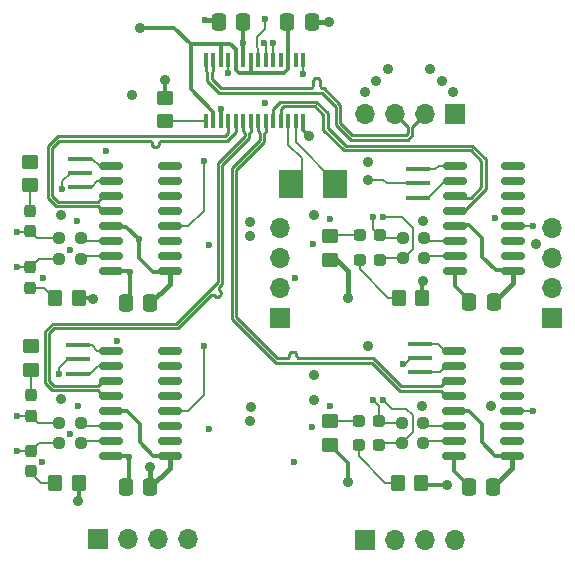
<source format=gbr>
%TF.GenerationSoftware,KiCad,Pcbnew,(6.0.4)*%
%TF.CreationDate,2022-03-26T16:13:01+01:00*%
%TF.ProjectId,Duino Coin,4475696e-6f20-4436-9f69-6e2e6b696361,rev?*%
%TF.SameCoordinates,Original*%
%TF.FileFunction,Copper,L4,Bot*%
%TF.FilePolarity,Positive*%
%FSLAX46Y46*%
G04 Gerber Fmt 4.6, Leading zero omitted, Abs format (unit mm)*
G04 Created by KiCad (PCBNEW (6.0.4)) date 2022-03-26 16:13:01*
%MOMM*%
%LPD*%
G01*
G04 APERTURE LIST*
G04 Aperture macros list*
%AMRoundRect*
0 Rectangle with rounded corners*
0 $1 Rounding radius*
0 $2 $3 $4 $5 $6 $7 $8 $9 X,Y pos of 4 corners*
0 Add a 4 corners polygon primitive as box body*
4,1,4,$2,$3,$4,$5,$6,$7,$8,$9,$2,$3,0*
0 Add four circle primitives for the rounded corners*
1,1,$1+$1,$2,$3*
1,1,$1+$1,$4,$5*
1,1,$1+$1,$6,$7*
1,1,$1+$1,$8,$9*
0 Add four rect primitives between the rounded corners*
20,1,$1+$1,$2,$3,$4,$5,0*
20,1,$1+$1,$4,$5,$6,$7,0*
20,1,$1+$1,$6,$7,$8,$9,0*
20,1,$1+$1,$8,$9,$2,$3,0*%
G04 Aperture macros list end*
%TA.AperFunction,ComponentPad*%
%ADD10R,1.700000X1.700000*%
%TD*%
%TA.AperFunction,ComponentPad*%
%ADD11O,1.700000X1.700000*%
%TD*%
%TA.AperFunction,SMDPad,CuDef*%
%ADD12RoundRect,0.250000X0.337500X0.475000X-0.337500X0.475000X-0.337500X-0.475000X0.337500X-0.475000X0*%
%TD*%
%TA.AperFunction,SMDPad,CuDef*%
%ADD13RoundRect,0.250000X-0.337500X-0.475000X0.337500X-0.475000X0.337500X0.475000X-0.337500X0.475000X0*%
%TD*%
%TA.AperFunction,SMDPad,CuDef*%
%ADD14RoundRect,0.237500X0.287500X0.237500X-0.287500X0.237500X-0.287500X-0.237500X0.287500X-0.237500X0*%
%TD*%
%TA.AperFunction,SMDPad,CuDef*%
%ADD15RoundRect,0.237500X-0.237500X0.287500X-0.237500X-0.287500X0.237500X-0.287500X0.237500X0.287500X0*%
%TD*%
%TA.AperFunction,SMDPad,CuDef*%
%ADD16RoundRect,0.237500X0.237500X-0.287500X0.237500X0.287500X-0.237500X0.287500X-0.237500X-0.287500X0*%
%TD*%
%TA.AperFunction,SMDPad,CuDef*%
%ADD17RoundRect,0.237500X-0.250000X-0.237500X0.250000X-0.237500X0.250000X0.237500X-0.250000X0.237500X0*%
%TD*%
%TA.AperFunction,SMDPad,CuDef*%
%ADD18RoundRect,0.237500X0.250000X0.237500X-0.250000X0.237500X-0.250000X-0.237500X0.250000X-0.237500X0*%
%TD*%
%TA.AperFunction,SMDPad,CuDef*%
%ADD19RoundRect,0.250000X0.350000X0.450000X-0.350000X0.450000X-0.350000X-0.450000X0.350000X-0.450000X0*%
%TD*%
%TA.AperFunction,SMDPad,CuDef*%
%ADD20RoundRect,0.250000X0.450000X-0.350000X0.450000X0.350000X-0.450000X0.350000X-0.450000X-0.350000X0*%
%TD*%
%TA.AperFunction,SMDPad,CuDef*%
%ADD21RoundRect,0.250000X-0.450000X0.350000X-0.450000X-0.350000X0.450000X-0.350000X0.450000X0.350000X0*%
%TD*%
%TA.AperFunction,SMDPad,CuDef*%
%ADD22R,0.400000X1.200000*%
%TD*%
%TA.AperFunction,SMDPad,CuDef*%
%ADD23R,2.000000X2.400000*%
%TD*%
%TA.AperFunction,SMDPad,CuDef*%
%ADD24RoundRect,0.150000X-0.825000X-0.150000X0.825000X-0.150000X0.825000X0.150000X-0.825000X0.150000X0*%
%TD*%
%TA.AperFunction,SMDPad,CuDef*%
%ADD25R,2.000000X0.400000*%
%TD*%
%TA.AperFunction,ViaPad*%
%ADD26C,0.900000*%
%TD*%
%TA.AperFunction,ViaPad*%
%ADD27C,0.600000*%
%TD*%
%TA.AperFunction,Conductor*%
%ADD28C,0.300000*%
%TD*%
%TA.AperFunction,Conductor*%
%ADD29C,0.200000*%
%TD*%
%TA.AperFunction,Conductor*%
%ADD30C,0.400000*%
%TD*%
%TA.AperFunction,Conductor*%
%ADD31C,0.228600*%
%TD*%
G04 APERTURE END LIST*
D10*
%TO.P,J2,1*%
%TO.N,/MOSI4*%
X198450200Y-117043200D03*
D11*
%TO.P,J2,2*%
%TO.N,/MISO4*%
X198450200Y-114503200D03*
%TO.P,J2,3*%
%TO.N,/SCK4*%
X198450200Y-111963200D03*
%TO.P,J2,4*%
%TO.N,/SS4*%
X198450200Y-109423200D03*
%TD*%
D10*
%TO.P,J3,1*%
%TO.N,/MOSI3*%
X182664100Y-135801100D03*
D11*
%TO.P,J3,2*%
%TO.N,/MISO3*%
X185204100Y-135801100D03*
%TO.P,J3,3*%
%TO.N,/SCK3*%
X187744100Y-135801100D03*
%TO.P,J3,4*%
%TO.N,/SS3*%
X190284100Y-135801100D03*
%TD*%
D10*
%TO.P,J5,1*%
%TO.N,/MOSI2*%
X160020000Y-135775700D03*
D11*
%TO.P,J5,2*%
%TO.N,/MISO2*%
X162560000Y-135775700D03*
%TO.P,J5,3*%
%TO.N,/SCK2*%
X165100000Y-135775700D03*
%TO.P,J5,4*%
%TO.N,/SS2*%
X167640000Y-135775700D03*
%TD*%
D10*
%TO.P,J6,1*%
%TO.N,/MOSI1*%
X175417480Y-117012720D03*
D11*
%TO.P,J6,2*%
%TO.N,/MISO1*%
X175417480Y-114472720D03*
%TO.P,J6,3*%
%TO.N,/SCK1*%
X175417480Y-111932720D03*
%TO.P,J6,4*%
%TO.N,/SS1*%
X175417480Y-109392720D03*
%TD*%
D12*
%TO.P,C2,1*%
%TO.N,+5V*%
X193569500Y-115697000D03*
%TO.P,C2,2*%
%TO.N,GND*%
X191494500Y-115697000D03*
%TD*%
%TO.P,C3,1*%
%TO.N,+5V*%
X164486500Y-131381500D03*
%TO.P,C3,2*%
%TO.N,GND*%
X162411500Y-131381500D03*
%TD*%
%TO.P,C4,1*%
%TO.N,+5V*%
X193506000Y-131381500D03*
%TO.P,C4,2*%
%TO.N,GND*%
X191431000Y-131381500D03*
%TD*%
%TO.P,C5,1*%
%TO.N,+5V*%
X164486500Y-115760500D03*
%TO.P,C5,2*%
%TO.N,GND*%
X162411500Y-115760500D03*
%TD*%
D13*
%TO.P,C21,1*%
%TO.N,+3V3*%
X176064000Y-91948000D03*
%TO.P,C21,2*%
%TO.N,GND*%
X178139000Y-91948000D03*
%TD*%
D12*
%TO.P,C23,1*%
%TO.N,+5V*%
X172360500Y-91948000D03*
%TO.P,C23,2*%
%TO.N,GND*%
X170285500Y-91948000D03*
%TD*%
D14*
%TO.P,D1,1*%
%TO.N,/RXD_4*%
X183945500Y-112141000D03*
%TO.P,D1,2*%
%TO.N,Net-(D1-Pad2)*%
X182195500Y-112141000D03*
%TD*%
%TO.P,D2,1*%
%TO.N,/TXD_4*%
X183945500Y-110045500D03*
%TO.P,D2,2*%
%TO.N,Net-(D2-Pad2)*%
X182195500Y-110045500D03*
%TD*%
D15*
%TO.P,D3,1*%
%TO.N,/RXD_2*%
X154368500Y-128284000D03*
%TO.P,D3,2*%
%TO.N,Net-(D3-Pad2)*%
X154368500Y-130034000D03*
%TD*%
D16*
%TO.P,D4,1*%
%TO.N,/TXD_2*%
X154368500Y-125335000D03*
%TO.P,D4,2*%
%TO.N,Net-(D4-Pad2)*%
X154368500Y-123585000D03*
%TD*%
D14*
%TO.P,D5,1*%
%TO.N,/RXD_3*%
X183882000Y-127825500D03*
%TO.P,D5,2*%
%TO.N,Net-(D5-Pad2)*%
X182132000Y-127825500D03*
%TD*%
%TO.P,D6,1*%
%TO.N,/TXD_3*%
X183882000Y-125730000D03*
%TO.P,D6,2*%
%TO.N,Net-(D6-Pad2)*%
X182132000Y-125730000D03*
%TD*%
D15*
%TO.P,D7,1*%
%TO.N,/RXD_1*%
X154305000Y-112726500D03*
%TO.P,D7,2*%
%TO.N,Net-(D7-Pad2)*%
X154305000Y-114476500D03*
%TD*%
D16*
%TO.P,D8,1*%
%TO.N,/TXD_1*%
X154305000Y-109714000D03*
%TO.P,D8,2*%
%TO.N,Net-(D8-Pad2)*%
X154305000Y-107964000D03*
%TD*%
D17*
%TO.P,R1,1*%
%TO.N,/RXD_4*%
X185841000Y-111950500D03*
%TO.P,R1,2*%
%TO.N,Net-(R1-Pad2)*%
X187666000Y-111950500D03*
%TD*%
%TO.P,R2,1*%
%TO.N,/RXD_2*%
X156758000Y-127635000D03*
%TO.P,R2,2*%
%TO.N,Net-(R2-Pad2)*%
X158583000Y-127635000D03*
%TD*%
%TO.P,R3,1*%
%TO.N,/RXD_3*%
X185777500Y-127635000D03*
%TO.P,R3,2*%
%TO.N,Net-(R3-Pad2)*%
X187602500Y-127635000D03*
%TD*%
%TO.P,R4,1*%
%TO.N,/RXD_1*%
X156758000Y-112014000D03*
%TO.P,R4,2*%
%TO.N,Net-(R4-Pad2)*%
X158583000Y-112014000D03*
%TD*%
D18*
%TO.P,R5,1*%
%TO.N,Net-(R5-Pad1)*%
X187666000Y-110236000D03*
%TO.P,R5,2*%
%TO.N,/TXD_4*%
X185841000Y-110236000D03*
%TD*%
%TO.P,R6,1*%
%TO.N,Net-(R6-Pad1)*%
X158583000Y-125920500D03*
%TO.P,R6,2*%
%TO.N,/TXD_2*%
X156758000Y-125920500D03*
%TD*%
%TO.P,R7,1*%
%TO.N,Net-(R7-Pad1)*%
X187602500Y-125920500D03*
%TO.P,R7,2*%
%TO.N,/TXD_3*%
X185777500Y-125920500D03*
%TD*%
%TO.P,R8,1*%
%TO.N,Net-(R8-Pad1)*%
X158583000Y-110299500D03*
%TO.P,R8,2*%
%TO.N,/TXD_1*%
X156758000Y-110299500D03*
%TD*%
D19*
%TO.P,R9,1*%
%TO.N,+5V*%
X187499500Y-115316000D03*
%TO.P,R9,2*%
%TO.N,Net-(D1-Pad2)*%
X185499500Y-115316000D03*
%TD*%
D20*
%TO.P,R10,1*%
%TO.N,+5V*%
X179679600Y-112099600D03*
%TO.P,R10,2*%
%TO.N,Net-(D2-Pad2)*%
X179679600Y-110099600D03*
%TD*%
D19*
%TO.P,R11,1*%
%TO.N,+5V*%
X158416500Y-131000500D03*
%TO.P,R11,2*%
%TO.N,Net-(D3-Pad2)*%
X156416500Y-131000500D03*
%TD*%
D21*
%TO.P,R12,1*%
%TO.N,+5V*%
X154381200Y-119446800D03*
%TO.P,R12,2*%
%TO.N,Net-(D4-Pad2)*%
X154381200Y-121446800D03*
%TD*%
D19*
%TO.P,R13,1*%
%TO.N,+5V*%
X187436000Y-131000500D03*
%TO.P,R13,2*%
%TO.N,Net-(D5-Pad2)*%
X185436000Y-131000500D03*
%TD*%
D20*
%TO.P,R14,1*%
%TO.N,+5V*%
X179679600Y-127796800D03*
%TO.P,R14,2*%
%TO.N,Net-(D6-Pad2)*%
X179679600Y-125796800D03*
%TD*%
D19*
%TO.P,R15,1*%
%TO.N,+5V*%
X158416500Y-115379500D03*
%TO.P,R15,2*%
%TO.N,Net-(D7-Pad2)*%
X156416500Y-115379500D03*
%TD*%
D21*
%TO.P,R16,1*%
%TO.N,+5V*%
X154330400Y-103800400D03*
%TO.P,R16,2*%
%TO.N,Net-(D8-Pad2)*%
X154330400Y-105800400D03*
%TD*%
D20*
%TO.P,R29,1*%
%TO.N,Net-(R29-Pad1)*%
X165735000Y-100377500D03*
%TO.P,R29,2*%
%TO.N,GND*%
X165735000Y-98377500D03*
%TD*%
D10*
%TO.P,J4,1*%
%TO.N,+5V*%
X190296800Y-99771200D03*
D11*
%TO.P,J4,2*%
%TO.N,/D-*%
X187756800Y-99771200D03*
%TO.P,J4,3*%
%TO.N,/D+*%
X185216800Y-99771200D03*
%TO.P,J4,4*%
%TO.N,GND*%
X182676800Y-99771200D03*
%TD*%
D22*
%TO.P,U5,1*%
%TO.N,GND*%
X177419000Y-100390000D03*
%TO.P,U5,2*%
%TO.N,Net-(U5-Pad2)*%
X176784000Y-100390000D03*
%TO.P,U5,3*%
%TO.N,Net-(U5-Pad3)*%
X176149000Y-100390000D03*
%TO.P,U5,4*%
%TO.N,/D4_N*%
X175514000Y-100390000D03*
%TO.P,U5,5*%
%TO.N,/D4_P*%
X174879000Y-100390000D03*
%TO.P,U5,6*%
%TO.N,/D3_N*%
X174244000Y-100390000D03*
%TO.P,U5,7*%
%TO.N,/D3_P*%
X173609000Y-100390000D03*
%TO.P,U5,8*%
%TO.N,/D2_N*%
X172974000Y-100390000D03*
%TO.P,U5,9*%
%TO.N,/D2_P*%
X172339000Y-100390000D03*
%TO.P,U5,10*%
%TO.N,/D1_N*%
X171704000Y-100390000D03*
%TO.P,U5,11*%
%TO.N,/D1_P*%
X171069000Y-100390000D03*
%TO.P,U5,12*%
%TO.N,Net-(C19-Pad1)*%
X170434000Y-100390000D03*
%TO.P,U5,13*%
%TO.N,+3V3*%
X169799000Y-100390000D03*
%TO.P,U5,14*%
%TO.N,Net-(R29-Pad1)*%
X169164000Y-100390000D03*
%TO.P,U5,15*%
%TO.N,/D-*%
X169164000Y-95190000D03*
%TO.P,U5,16*%
%TO.N,/D+*%
X169799000Y-95190000D03*
%TO.P,U5,17*%
%TO.N,+3V3*%
X170434000Y-95190000D03*
%TO.P,U5,18*%
%TO.N,Net-(R25-Pad2)*%
X171069000Y-95190000D03*
%TO.P,U5,19*%
%TO.N,+3V3*%
X171704000Y-95190000D03*
%TO.P,U5,20*%
%TO.N,+5V*%
X172339000Y-95190000D03*
%TO.P,U5,21*%
%TO.N,+3V3*%
X172974000Y-95190000D03*
%TO.P,U5,22*%
%TO.N,Net-(D17-Pad2)*%
X173609000Y-95190000D03*
%TO.P,U5,23*%
%TO.N,Net-(R27-Pad2)*%
X174244000Y-95190000D03*
%TO.P,U5,24*%
%TO.N,Net-(R28-Pad2)*%
X174879000Y-95190000D03*
%TO.P,U5,25*%
%TO.N,Net-(U5-Pad25)*%
X175514000Y-95190000D03*
%TO.P,U5,26*%
%TO.N,+3V3*%
X176149000Y-95190000D03*
%TO.P,U5,27*%
%TO.N,Net-(U5-Pad27)*%
X176784000Y-95190000D03*
%TO.P,U5,28*%
%TO.N,Net-(C19-Pad1)*%
X177419000Y-95190000D03*
%TD*%
D23*
%TO.P,Y5,1*%
%TO.N,Net-(U5-Pad2)*%
X180107200Y-105664000D03*
%TO.P,Y5,2*%
%TO.N,Net-(U5-Pad3)*%
X176407200Y-105664000D03*
%TD*%
D24*
%TO.P,U1,1*%
%TO.N,GND*%
X190250040Y-113024920D03*
%TO.P,U1,2*%
%TO.N,Net-(R1-Pad2)*%
X190250040Y-111754920D03*
%TO.P,U1,3*%
%TO.N,Net-(R5-Pad1)*%
X190250040Y-110484920D03*
%TO.P,U1,4*%
%TO.N,+5V*%
X190250040Y-109214920D03*
%TO.P,U1,5*%
%TO.N,/D4_P*%
X190250040Y-107944920D03*
%TO.P,U1,6*%
%TO.N,/D4_N*%
X190250040Y-106674920D03*
%TO.P,U1,7*%
%TO.N,Net-(U1-Pad7)*%
X190250040Y-105404920D03*
%TO.P,U1,8*%
%TO.N,Net-(U1-Pad8)*%
X190250040Y-104134920D03*
%TO.P,U1,9*%
%TO.N,Net-(U1-Pad9)*%
X195200040Y-104134920D03*
%TO.P,U1,10*%
%TO.N,Net-(U1-Pad10)*%
X195200040Y-105404920D03*
%TO.P,U1,11*%
%TO.N,Net-(U1-Pad11)*%
X195200040Y-106674920D03*
%TO.P,U1,12*%
%TO.N,Net-(U1-Pad12)*%
X195200040Y-107944920D03*
%TO.P,U1,13*%
%TO.N,/DTR_4*%
X195200040Y-109214920D03*
%TO.P,U1,14*%
%TO.N,Net-(U1-Pad14)*%
X195200040Y-110484920D03*
%TO.P,U1,15*%
%TO.N,Net-(U1-Pad15)*%
X195200040Y-111754920D03*
%TO.P,U1,16*%
%TO.N,+5V*%
X195200040Y-113024920D03*
%TD*%
%TO.P,U2,1*%
%TO.N,GND*%
X161161960Y-128717040D03*
%TO.P,U2,2*%
%TO.N,Net-(R2-Pad2)*%
X161161960Y-127447040D03*
%TO.P,U2,3*%
%TO.N,Net-(R6-Pad1)*%
X161161960Y-126177040D03*
%TO.P,U2,4*%
%TO.N,+5V*%
X161161960Y-124907040D03*
%TO.P,U2,5*%
%TO.N,/D2_P*%
X161161960Y-123637040D03*
%TO.P,U2,6*%
%TO.N,/D2_N*%
X161161960Y-122367040D03*
%TO.P,U2,7*%
%TO.N,Net-(U2-Pad7)*%
X161161960Y-121097040D03*
%TO.P,U2,8*%
%TO.N,Net-(U2-Pad8)*%
X161161960Y-119827040D03*
%TO.P,U2,9*%
%TO.N,Net-(U2-Pad9)*%
X166111960Y-119827040D03*
%TO.P,U2,10*%
%TO.N,Net-(U2-Pad10)*%
X166111960Y-121097040D03*
%TO.P,U2,11*%
%TO.N,Net-(U2-Pad11)*%
X166111960Y-122367040D03*
%TO.P,U2,12*%
%TO.N,Net-(U2-Pad12)*%
X166111960Y-123637040D03*
%TO.P,U2,13*%
%TO.N,/DTR_2*%
X166111960Y-124907040D03*
%TO.P,U2,14*%
%TO.N,Net-(U2-Pad14)*%
X166111960Y-126177040D03*
%TO.P,U2,15*%
%TO.N,Net-(U2-Pad15)*%
X166111960Y-127447040D03*
%TO.P,U2,16*%
%TO.N,+5V*%
X166111960Y-128717040D03*
%TD*%
%TO.P,U3,1*%
%TO.N,GND*%
X190184000Y-128717040D03*
%TO.P,U3,2*%
%TO.N,Net-(R3-Pad2)*%
X190184000Y-127447040D03*
%TO.P,U3,3*%
%TO.N,Net-(R7-Pad1)*%
X190184000Y-126177040D03*
%TO.P,U3,4*%
%TO.N,+5V*%
X190184000Y-124907040D03*
%TO.P,U3,5*%
%TO.N,/D3_P*%
X190184000Y-123637040D03*
%TO.P,U3,6*%
%TO.N,/D3_N*%
X190184000Y-122367040D03*
%TO.P,U3,7*%
%TO.N,Net-(U3-Pad7)*%
X190184000Y-121097040D03*
%TO.P,U3,8*%
%TO.N,Net-(U3-Pad8)*%
X190184000Y-119827040D03*
%TO.P,U3,9*%
%TO.N,Net-(U3-Pad9)*%
X195134000Y-119827040D03*
%TO.P,U3,10*%
%TO.N,Net-(U3-Pad10)*%
X195134000Y-121097040D03*
%TO.P,U3,11*%
%TO.N,Net-(U3-Pad11)*%
X195134000Y-122367040D03*
%TO.P,U3,12*%
%TO.N,Net-(U3-Pad12)*%
X195134000Y-123637040D03*
%TO.P,U3,13*%
%TO.N,/DTR_3*%
X195134000Y-124907040D03*
%TO.P,U3,14*%
%TO.N,Net-(U3-Pad14)*%
X195134000Y-126177040D03*
%TO.P,U3,15*%
%TO.N,Net-(U3-Pad15)*%
X195134000Y-127447040D03*
%TO.P,U3,16*%
%TO.N,+5V*%
X195134000Y-128717040D03*
%TD*%
%TO.P,U4,1*%
%TO.N,GND*%
X161161960Y-113096040D03*
%TO.P,U4,2*%
%TO.N,Net-(R4-Pad2)*%
X161161960Y-111826040D03*
%TO.P,U4,3*%
%TO.N,Net-(R8-Pad1)*%
X161161960Y-110556040D03*
%TO.P,U4,4*%
%TO.N,+5V*%
X161161960Y-109286040D03*
%TO.P,U4,5*%
%TO.N,/D1_P*%
X161161960Y-108016040D03*
%TO.P,U4,6*%
%TO.N,/D1_N*%
X161161960Y-106746040D03*
%TO.P,U4,7*%
%TO.N,Net-(U4-Pad7)*%
X161161960Y-105476040D03*
%TO.P,U4,8*%
%TO.N,Net-(U4-Pad8)*%
X161161960Y-104206040D03*
%TO.P,U4,9*%
%TO.N,Net-(U4-Pad9)*%
X166111960Y-104206040D03*
%TO.P,U4,10*%
%TO.N,Net-(U4-Pad10)*%
X166111960Y-105476040D03*
%TO.P,U4,11*%
%TO.N,Net-(U4-Pad11)*%
X166111960Y-106746040D03*
%TO.P,U4,12*%
%TO.N,Net-(U4-Pad12)*%
X166111960Y-108016040D03*
%TO.P,U4,13*%
%TO.N,/DTR_1*%
X166111960Y-109286040D03*
%TO.P,U4,14*%
%TO.N,Net-(U4-Pad14)*%
X166111960Y-110556040D03*
%TO.P,U4,15*%
%TO.N,Net-(U4-Pad15)*%
X166111960Y-111826040D03*
%TO.P,U4,16*%
%TO.N,+5V*%
X166111960Y-113096040D03*
%TD*%
D25*
%TO.P,Y6,1*%
%TO.N,Net-(U4-Pad7)*%
X158536640Y-105959760D03*
%TO.P,Y6,2*%
%TO.N,GND*%
X158536640Y-104759760D03*
%TO.P,Y6,3*%
%TO.N,Net-(U4-Pad8)*%
X158536640Y-103559760D03*
%TD*%
%TO.P,Y7,1*%
%TO.N,Net-(U2-Pad7)*%
X158328360Y-121748400D03*
%TO.P,Y7,2*%
%TO.N,GND*%
X158328360Y-120548400D03*
%TO.P,Y7,3*%
%TO.N,Net-(U2-Pad8)*%
X158328360Y-119348400D03*
%TD*%
%TO.P,Y9,1*%
%TO.N,Net-(U3-Pad7)*%
X187340240Y-121621400D03*
%TO.P,Y9,2*%
%TO.N,GND*%
X187340240Y-120421400D03*
%TO.P,Y9,3*%
%TO.N,Net-(U3-Pad8)*%
X187340240Y-119221400D03*
%TD*%
%TO.P,Y8,1*%
%TO.N,Net-(U1-Pad7)*%
X187137040Y-106848760D03*
%TO.P,Y8,2*%
%TO.N,GND*%
X187137040Y-105648760D03*
%TO.P,Y8,3*%
%TO.N,Net-(U1-Pad8)*%
X187137040Y-104448760D03*
%TD*%
D26*
%TO.N,GND*%
X165760400Y-96926400D03*
D27*
X156763720Y-121813320D03*
D26*
X193357500Y-124510800D03*
D27*
X176733200Y-113639600D03*
D26*
X172923200Y-125780800D03*
D27*
X174193200Y-98806000D03*
X158292800Y-108813600D03*
D26*
X172923200Y-110134400D03*
X197104000Y-110782100D03*
D27*
X155346400Y-129235200D03*
X157683200Y-111252000D03*
X157012640Y-106126280D03*
X178155600Y-126238000D03*
D26*
X187553600Y-108864400D03*
X183616600Y-96951800D03*
D27*
X179730400Y-108661200D03*
X169113200Y-91846400D03*
X193700400Y-108610400D03*
X179730400Y-124460000D03*
D26*
X187452000Y-124460000D03*
D27*
X176631600Y-129235200D03*
X185851800Y-120929400D03*
D26*
X179578000Y-91948000D03*
X178303000Y-121863028D03*
X172923200Y-108915200D03*
X182900320Y-105333800D03*
D27*
X162661600Y-128778000D03*
X158343600Y-124510800D03*
X157683200Y-126847600D03*
X155397200Y-113639600D03*
D26*
X184607200Y-95961200D03*
X172974000Y-124561600D03*
X191427102Y-131394200D03*
X177952400Y-101650800D03*
X182676800Y-97891600D03*
D27*
X178257200Y-110744000D03*
D26*
X162966400Y-98196400D03*
D27*
X169468800Y-126441200D03*
D26*
X191528700Y-115709700D03*
D27*
X162763200Y-113131600D03*
X169468800Y-110845600D03*
D26*
%TO.N,+5V*%
X178303000Y-123957000D03*
X156903500Y-108317000D03*
X188193680Y-95945960D03*
D27*
X160731200Y-102870000D03*
D26*
X154391360Y-119390160D03*
X189141100Y-96944180D03*
X182930800Y-119430800D03*
D27*
X163499800Y-110363000D03*
D26*
X187528200Y-113880900D03*
X178303000Y-108317000D03*
X156903500Y-123938000D03*
X189585600Y-131216400D03*
X154330400Y-103784400D03*
X159664400Y-115417600D03*
X190136780Y-97881440D03*
D27*
X161645600Y-119024400D03*
D26*
X182930800Y-103835200D03*
X193569500Y-115697000D03*
X181254400Y-130962400D03*
X193533350Y-131354150D03*
X181254400Y-115316000D03*
X164465000Y-129654300D03*
X158394400Y-132537200D03*
D27*
X172339000Y-93802200D03*
%TO.N,Net-(R25-Pad2)*%
X171069000Y-96266000D03*
%TO.N,Net-(R27-Pad2)*%
X174117000Y-93789500D03*
%TO.N,Net-(R28-Pad2)*%
X174879000Y-93789500D03*
D26*
%TO.N,+3V3*%
X163576000Y-92456000D03*
D27*
%TO.N,Net-(D17-Pad2)*%
X174180500Y-91757500D03*
%TO.N,Net-(C19-Pad1)*%
X170484800Y-99314000D03*
X177419000Y-96393000D03*
%TO.N,/DTR_2*%
X169011600Y-119380000D03*
%TO.N,/DTR_3*%
X196850000Y-124917200D03*
%TO.N,/DTR_1*%
X169011600Y-103784400D03*
%TO.N,/DTR_4*%
X196900800Y-109220000D03*
%TO.N,/RXD_4*%
X184150000Y-108458000D03*
%TO.N,/TXD_4*%
X183337200Y-108458000D03*
%TO.N,/RXD_2*%
X153212800Y-128270000D03*
%TO.N,/TXD_2*%
X153212800Y-125323600D03*
%TO.N,/RXD_3*%
X184200800Y-123952000D03*
%TO.N,/TXD_3*%
X183337200Y-123952000D03*
%TO.N,/RXD_1*%
X153212800Y-112725200D03*
%TO.N,/TXD_1*%
X153212800Y-109778800D03*
%TD*%
D28*
%TO.N,GND*%
X190184000Y-130036800D02*
X191431000Y-131283800D01*
D29*
X182905400Y-105328720D02*
X182900320Y-105333800D01*
D28*
X177419000Y-100390000D02*
X177419000Y-101117400D01*
D29*
X186532520Y-120421400D02*
X186024520Y-120929400D01*
X156763720Y-121310400D02*
X157525720Y-120548400D01*
D28*
X191431000Y-131283800D02*
X191431000Y-131381500D01*
D29*
X184505600Y-105648760D02*
X184185560Y-105328720D01*
D28*
X162763200Y-115408800D02*
X162411500Y-115760500D01*
D29*
X184185560Y-105328720D02*
X182905400Y-105328720D01*
D28*
X165735000Y-96951800D02*
X165760400Y-96926400D01*
X177419000Y-101117400D02*
X177952400Y-101650800D01*
X165735000Y-98377500D02*
X165735000Y-96951800D01*
X162411500Y-131381500D02*
X162661600Y-131131400D01*
D29*
X157012640Y-105486200D02*
X157012640Y-106126280D01*
D28*
X161164500Y-113093500D02*
X162725100Y-113093500D01*
X191427102Y-131385398D02*
X191427102Y-131394200D01*
D29*
X157739080Y-104759760D02*
X157012640Y-105486200D01*
D28*
X162725100Y-113093500D02*
X162763200Y-113131600D01*
D29*
X187340240Y-120421400D02*
X186532520Y-120421400D01*
D28*
X191431000Y-131381500D02*
X191427102Y-131385398D01*
D30*
X178139000Y-91948000D02*
X179578000Y-91948000D01*
D28*
X162598100Y-128714500D02*
X162661600Y-128778000D01*
X191494500Y-115548500D02*
X191494500Y-115697000D01*
X190184000Y-128714500D02*
X190184000Y-130036800D01*
D29*
X158536640Y-104759760D02*
X157739080Y-104759760D01*
D30*
X169113200Y-91846400D02*
X170183900Y-91846400D01*
D28*
X191494500Y-115697000D02*
X191507200Y-115709700D01*
D29*
X186024520Y-120929400D02*
X185851800Y-120929400D01*
D28*
X190247500Y-114301500D02*
X191494500Y-115548500D01*
X161164500Y-128714500D02*
X162598100Y-128714500D01*
D29*
X157525720Y-120548400D02*
X158328360Y-120548400D01*
X156763720Y-121813320D02*
X156763720Y-121310400D01*
D28*
X191507200Y-115709700D02*
X191528700Y-115709700D01*
X162661600Y-131131400D02*
X162661600Y-128778000D01*
X162763200Y-113131600D02*
X162763200Y-115408800D01*
X190247500Y-113030000D02*
X190247500Y-114301500D01*
D30*
X170183900Y-91846400D02*
X170285500Y-91948000D01*
D29*
X187137040Y-105648760D02*
X184505600Y-105648760D01*
%TO.N,Net-(D1-Pad2)*%
X182195500Y-112904300D02*
X182195500Y-112141000D01*
X184607200Y-115316000D02*
X182195500Y-112904300D01*
X185499500Y-115316000D02*
X184607200Y-115316000D01*
%TO.N,Net-(D2-Pad2)*%
X182195500Y-110045500D02*
X179733700Y-110045500D01*
X179733700Y-110045500D02*
X179679600Y-110099600D01*
%TO.N,Net-(D3-Pad2)*%
X155232100Y-131000500D02*
X156416500Y-131000500D01*
X154368500Y-130034000D02*
X154368500Y-130136900D01*
X154368500Y-130136900D02*
X155232100Y-131000500D01*
%TO.N,Net-(D4-Pad2)*%
X154368500Y-123585000D02*
X154368500Y-121459500D01*
X154368500Y-121459500D02*
X154381200Y-121446800D01*
%TO.N,Net-(D5-Pad2)*%
X185436000Y-131000500D02*
X184391300Y-131000500D01*
X182132000Y-128741200D02*
X182132000Y-127825500D01*
X184391300Y-131000500D02*
X182132000Y-128741200D01*
%TO.N,Net-(D6-Pad2)*%
X182132000Y-125730000D02*
X179746400Y-125730000D01*
X179746400Y-125730000D02*
X179679600Y-125796800D01*
%TO.N,Net-(D7-Pad2)*%
X154305000Y-114476500D02*
X155513500Y-114476500D01*
X155513500Y-114476500D02*
X156416500Y-115379500D01*
%TO.N,Net-(D8-Pad2)*%
X154305000Y-107964000D02*
X154305000Y-105825800D01*
X154305000Y-105825800D02*
X154330400Y-105800400D01*
D28*
%TO.N,+5V*%
X193687700Y-128714500D02*
X195070500Y-128714500D01*
X191452500Y-124904500D02*
X192532000Y-125984000D01*
X190120500Y-124904500D02*
X191452500Y-124904500D01*
X192532000Y-127558800D02*
X193687700Y-128714500D01*
X192532000Y-125984000D02*
X192532000Y-127558800D01*
D30*
X193506000Y-131381500D02*
X193506000Y-131381500D01*
X193569500Y-115697000D02*
X193569500Y-115697000D01*
X181254400Y-115316000D02*
X181254400Y-115316000D01*
D28*
X172339000Y-93802200D02*
X172339000Y-91969500D01*
D30*
X193533350Y-131354150D02*
X193506000Y-131381500D01*
D28*
X163499800Y-110363000D02*
X163525200Y-110388400D01*
X193738500Y-113017300D02*
X195121300Y-113017300D01*
D30*
X164486500Y-131381500D02*
X164486500Y-129675800D01*
D28*
X158416500Y-115379500D02*
X159626300Y-115379500D01*
X161113700Y-109308900D02*
X162445700Y-109308900D01*
X162445700Y-109308900D02*
X163499800Y-110363000D01*
D30*
X195197500Y-113030000D02*
X195197500Y-114069000D01*
D28*
X191503300Y-109207300D02*
X192582800Y-110286800D01*
D30*
X166114500Y-129753500D02*
X164486500Y-131381500D01*
D28*
X158416500Y-131000500D02*
X158416500Y-132515100D01*
X187499500Y-113909600D02*
X187528200Y-113880900D01*
D30*
X179679600Y-112099600D02*
X180273200Y-112099600D01*
D28*
X164731700Y-128714500D02*
X166114500Y-128714500D01*
D30*
X195134000Y-129753500D02*
X193533350Y-131354150D01*
D28*
X158416500Y-132515100D02*
X158394400Y-132537200D01*
X163576000Y-127558800D02*
X164731700Y-128714500D01*
X179714400Y-127796800D02*
X181254400Y-129336800D01*
D30*
X166114500Y-113093500D02*
X166114500Y-114132500D01*
X180273200Y-112099600D02*
X181254400Y-113080800D01*
D28*
X159626300Y-115379500D02*
X159664400Y-115417600D01*
X163525200Y-111963200D02*
X164680900Y-113118900D01*
X179679600Y-127796800D02*
X179714400Y-127796800D01*
D30*
X195134000Y-128714500D02*
X195134000Y-129753500D01*
D28*
X189585600Y-131216400D02*
X187651900Y-131216400D01*
X190171300Y-109207300D02*
X191503300Y-109207300D01*
X181254400Y-129336800D02*
X181254400Y-130962400D01*
X172339000Y-91969500D02*
X172360500Y-91948000D01*
D30*
X166114500Y-114132500D02*
X164486500Y-115760500D01*
D28*
X163576000Y-125984000D02*
X163576000Y-127558800D01*
X192582800Y-110286800D02*
X192582800Y-111861600D01*
X187499500Y-115316000D02*
X187499500Y-113909600D01*
X163525200Y-110388400D02*
X163525200Y-111963200D01*
D30*
X181254400Y-113080800D02*
X181254400Y-115316000D01*
D28*
X162496500Y-124904500D02*
X163576000Y-125984000D01*
X161164500Y-124904500D02*
X162496500Y-124904500D01*
X164680900Y-113118900D02*
X166063700Y-113118900D01*
X154391360Y-119436640D02*
X154391360Y-119390160D01*
D30*
X164486500Y-129675800D02*
X164465000Y-129654300D01*
D28*
X187651900Y-131216400D02*
X187436000Y-131000500D01*
X172339000Y-95190000D02*
X172339000Y-93802200D01*
X154381200Y-119446800D02*
X154391360Y-119436640D01*
D30*
X166114500Y-128714500D02*
X166114500Y-129753500D01*
D28*
X192582800Y-111861600D02*
X193738500Y-113017300D01*
D30*
X195197500Y-114069000D02*
X193569500Y-115697000D01*
D29*
%TO.N,Net-(U2-Pad7)*%
X159404200Y-121748400D02*
X160055560Y-121097040D01*
X158328360Y-121748400D02*
X159404200Y-121748400D01*
X160055560Y-121097040D02*
X161161960Y-121097040D01*
%TO.N,Net-(U3-Pad8)*%
X187340240Y-119221400D02*
X188863120Y-119221400D01*
X189468760Y-119827040D02*
X190184000Y-119827040D01*
X188863120Y-119221400D02*
X189468760Y-119827040D01*
%TO.N,Net-(U3-Pad7)*%
X187340240Y-121621400D02*
X188985040Y-121621400D01*
X189509400Y-121097040D02*
X190184000Y-121097040D01*
X188985040Y-121621400D02*
X189509400Y-121097040D01*
%TO.N,Net-(R1-Pad2)*%
X190247500Y-111760000D02*
X187856500Y-111760000D01*
X187856500Y-111760000D02*
X187666000Y-111950500D01*
%TO.N,Net-(R2-Pad2)*%
X161164500Y-127444500D02*
X158773500Y-127444500D01*
X158773500Y-127444500D02*
X158583000Y-127635000D01*
%TO.N,Net-(R3-Pad2)*%
X187793000Y-127444500D02*
X187602500Y-127635000D01*
X190184000Y-127444500D02*
X187793000Y-127444500D01*
%TO.N,Net-(R4-Pad2)*%
X158773500Y-111823500D02*
X158583000Y-112014000D01*
X161164500Y-111823500D02*
X158773500Y-111823500D01*
%TO.N,Net-(R5-Pad1)*%
X190247500Y-110490000D02*
X187920000Y-110490000D01*
X187920000Y-110490000D02*
X187666000Y-110236000D01*
%TO.N,Net-(R6-Pad1)*%
X158837000Y-126174500D02*
X158583000Y-125920500D01*
X161164500Y-126174500D02*
X158837000Y-126174500D01*
%TO.N,Net-(R7-Pad1)*%
X187856500Y-126174500D02*
X187602500Y-125920500D01*
X190184000Y-126174500D02*
X187856500Y-126174500D01*
%TO.N,Net-(R8-Pad1)*%
X158837000Y-110553500D02*
X158583000Y-110299500D01*
X161164500Y-110553500D02*
X158837000Y-110553500D01*
%TO.N,Net-(R25-Pad2)*%
X171069000Y-95190000D02*
X171069000Y-96266000D01*
%TO.N,Net-(R27-Pad2)*%
X174244000Y-95190000D02*
X174244000Y-93916500D01*
X174244000Y-93916500D02*
X174117000Y-93789500D01*
%TO.N,Net-(R28-Pad2)*%
X174879000Y-93789500D02*
X174879000Y-95190000D01*
%TO.N,Net-(R29-Pad1)*%
X169164000Y-100390000D02*
X165747500Y-100390000D01*
X165747500Y-100390000D02*
X165735000Y-100377500D01*
%TO.N,Net-(U1-Pad8)*%
X188580880Y-104448760D02*
X188894720Y-104134920D01*
X188894720Y-104134920D02*
X190250040Y-104134920D01*
X187137040Y-104448760D02*
X188580880Y-104448760D01*
%TO.N,Net-(U1-Pad7)*%
X187137040Y-106848760D02*
X187989360Y-106848760D01*
X189433200Y-105404920D02*
X190250040Y-105404920D01*
X187989360Y-106848760D02*
X189433200Y-105404920D01*
%TO.N,Net-(U2-Pad8)*%
X159505800Y-119348400D02*
X159984440Y-119827040D01*
X158328360Y-119348400D02*
X159505800Y-119348400D01*
X159984440Y-119827040D02*
X161161960Y-119827040D01*
%TO.N,Net-(U4-Pad8)*%
X158536640Y-103559760D02*
X159541360Y-103559760D01*
X160187640Y-104206040D02*
X161161960Y-104206040D01*
X159541360Y-103559760D02*
X160187640Y-104206040D01*
%TO.N,Net-(U4-Pad7)*%
X160004760Y-105476040D02*
X161161960Y-105476040D01*
X159521040Y-105959760D02*
X160004760Y-105476040D01*
X158536640Y-105959760D02*
X159521040Y-105959760D01*
%TO.N,Net-(U5-Pad3)*%
X177292000Y-103530400D02*
X177292000Y-104597200D01*
X177292000Y-104597200D02*
X176407200Y-105482000D01*
X176149000Y-100390000D02*
X176149000Y-102387400D01*
X176407200Y-105482000D02*
X176407200Y-105664000D01*
X176149000Y-102387400D02*
X177292000Y-103530400D01*
%TO.N,Net-(U5-Pad2)*%
X176784000Y-100390000D02*
X176784000Y-102173600D01*
X180107200Y-105496800D02*
X180107200Y-105664000D01*
X176784000Y-102173600D02*
X180107200Y-105496800D01*
D28*
%TO.N,+3V3*%
X176149000Y-95190000D02*
X176149000Y-95986600D01*
X176149000Y-92033000D02*
X176064000Y-91948000D01*
X171704000Y-94297500D02*
X171704000Y-95190000D01*
X170370500Y-93853000D02*
X171259500Y-93853000D01*
X170434000Y-95190000D02*
X170434000Y-93916500D01*
X171259500Y-93853000D02*
X171704000Y-94297500D01*
X171704000Y-96012000D02*
X172021500Y-96329500D01*
X175806100Y-96329500D02*
X172720000Y-96329500D01*
X171704000Y-95190000D02*
X171704000Y-96012000D01*
X172720000Y-96329500D02*
X172974000Y-96329500D01*
X167894000Y-97663000D02*
X167894000Y-93853000D01*
X172021500Y-96329500D02*
X172720000Y-96329500D01*
X172974000Y-96329500D02*
X172974000Y-95190000D01*
X169799000Y-99568000D02*
X167894000Y-97663000D01*
X176149000Y-95190000D02*
X176149000Y-92033000D01*
X176149000Y-95986600D02*
X175806100Y-96329500D01*
X169799000Y-100390000D02*
X169799000Y-99568000D01*
X166497000Y-92456000D02*
X163576000Y-92456000D01*
X167894000Y-93853000D02*
X166497000Y-92456000D01*
X170434000Y-93916500D02*
X170370500Y-93853000D01*
X167894000Y-93853000D02*
X170370500Y-93853000D01*
D29*
%TO.N,Net-(D17-Pad2)*%
X174180500Y-91757500D02*
X174180500Y-92583000D01*
X173482000Y-94107000D02*
X173609000Y-94234000D01*
X173609000Y-94234000D02*
X173609000Y-95190000D01*
X173482000Y-93281500D02*
X173482000Y-94107000D01*
X174180500Y-92583000D02*
X173482000Y-93281500D01*
%TO.N,Net-(C19-Pad1)*%
X177419000Y-95190000D02*
X177419000Y-96393000D01*
D28*
X170434000Y-99364800D02*
X170484800Y-99314000D01*
X170434000Y-100390000D02*
X170434000Y-99364800D01*
D31*
%TO.N,/D1_N*%
X165066435Y-102507057D02*
X165112571Y-102478067D01*
X165295802Y-102097586D02*
X165341938Y-102068596D01*
X170949501Y-102044500D02*
X171704000Y-101290001D01*
X164793368Y-102525053D02*
X164847514Y-102531154D01*
X165112571Y-102478067D02*
X165151100Y-102439538D01*
X164512571Y-102097586D02*
X164551100Y-102136115D01*
X165447514Y-102044500D02*
X170949501Y-102044500D01*
X164580090Y-102182251D02*
X164598086Y-102233681D01*
X165198086Y-102341972D02*
X165210287Y-102233681D01*
X165210287Y-102233681D02*
X165228283Y-102182251D01*
X171704000Y-101290001D02*
X171704000Y-100390000D01*
X164695802Y-102478067D02*
X164741938Y-102507057D01*
X164847514Y-102531154D02*
X164960860Y-102531154D01*
X156641800Y-107188000D02*
X156184600Y-106730800D01*
X164741938Y-102507057D02*
X164793368Y-102525053D01*
X164657273Y-102439538D02*
X164695802Y-102478067D01*
X164360860Y-102044500D02*
X164415005Y-102050600D01*
X164415005Y-102050600D02*
X164466435Y-102068596D01*
X161164500Y-106743500D02*
X160515300Y-106743500D01*
X165228283Y-102182251D02*
X165257273Y-102136115D01*
X165180090Y-102393402D02*
X165198086Y-102341972D01*
X164628283Y-102393402D02*
X164657273Y-102439538D01*
X164610287Y-102341972D02*
X164628283Y-102393402D01*
X165015005Y-102525053D02*
X165066435Y-102507057D01*
X160515300Y-106743500D02*
X160070800Y-107188000D01*
X156184600Y-102631240D02*
X156771340Y-102044500D01*
X164960860Y-102531154D02*
X165015005Y-102525053D01*
X165341938Y-102068596D02*
X165393368Y-102050600D01*
X164598086Y-102233681D02*
X164610287Y-102341972D01*
X164466435Y-102068596D02*
X164512571Y-102097586D01*
X165257273Y-102136115D02*
X165295802Y-102097586D01*
X164551100Y-102136115D02*
X164580090Y-102182251D01*
X160070800Y-107188000D02*
X156641800Y-107188000D01*
X156184600Y-106730800D02*
X156184600Y-102631240D01*
X165393368Y-102050600D02*
X165447514Y-102044500D01*
X156771340Y-102044500D02*
X164360860Y-102044500D01*
X165151100Y-102439538D02*
X165180090Y-102393402D01*
%TO.N,/D1_P*%
X171069000Y-100390000D02*
X171069000Y-101371400D01*
X171069000Y-101371400D02*
X170776900Y-101663500D01*
X170776900Y-101663500D02*
X156649431Y-101663500D01*
X160489900Y-108013500D02*
X161164500Y-108013500D01*
X155828989Y-106878098D02*
X156499571Y-107548680D01*
X155828989Y-102483942D02*
X155828989Y-106878098D01*
X160025080Y-107548680D02*
X160489900Y-108013500D01*
X156649431Y-101663500D02*
X155828989Y-102483942D01*
X156499571Y-107548680D02*
X160025080Y-107548680D01*
%TO.N,/D4_N*%
X190247500Y-106680000D02*
X190450700Y-106883200D01*
X179133500Y-99850108D02*
X178381492Y-99098100D01*
X192493900Y-103761708D02*
X191589492Y-102857300D01*
X191589492Y-102857300D02*
X180870692Y-102857300D01*
X175780700Y-99098100D02*
X175514000Y-99364800D01*
X190450700Y-106883200D02*
X191602192Y-106883200D01*
X192493900Y-105991492D02*
X192493900Y-103761708D01*
X179133500Y-101120108D02*
X179133500Y-99850108D01*
X191602192Y-106883200D02*
X192493900Y-105991492D01*
X175514000Y-99364800D02*
X175514000Y-100390000D01*
X178381492Y-99098100D02*
X175780700Y-99098100D01*
X180870692Y-102857300D02*
X179133500Y-101120108D01*
%TO.N,/D4_P*%
X179514500Y-99692292D02*
X178539308Y-98717100D01*
X181028508Y-102476300D02*
X179514500Y-100962292D01*
X192874900Y-103603892D02*
X191747308Y-102476300D01*
X190399900Y-107797600D02*
X191226608Y-107797600D01*
X175485892Y-98717100D02*
X174879000Y-99323992D01*
X174879000Y-99323992D02*
X174879000Y-100390000D01*
X191226608Y-107797600D02*
X192874900Y-106149308D01*
X178539308Y-98717100D02*
X175485892Y-98717100D01*
X192874900Y-106149308D02*
X192874900Y-103603892D01*
X190247500Y-107950000D02*
X190399900Y-107797600D01*
X179514500Y-100962292D02*
X179514500Y-99692292D01*
X191747308Y-102476300D02*
X181028508Y-102476300D01*
%TO.N,/D2_N*%
X169516977Y-115181632D02*
X169410912Y-115287696D01*
X170297416Y-114441467D02*
X170283086Y-114504248D01*
X169832878Y-115095962D02*
X169770099Y-115081632D01*
X170405655Y-114790133D02*
X170433594Y-114848150D01*
X170112386Y-115246469D02*
X170049605Y-115232141D01*
X170239559Y-115232141D02*
X170176780Y-115246469D01*
X170447923Y-114975325D02*
X170433595Y-115038104D01*
X170283086Y-114568642D02*
X170297416Y-114631421D01*
X170365505Y-114739787D02*
X170405655Y-114790133D01*
X170433595Y-115038104D02*
X170405655Y-115096123D01*
X170297577Y-115204201D02*
X170239559Y-115232141D01*
X170433594Y-114848150D02*
X170447924Y-114910929D01*
X169534561Y-115164050D02*
X169516977Y-115181632D01*
X170325356Y-114383449D02*
X170297416Y-114441467D01*
X169770099Y-115081632D02*
X169705703Y-115081633D01*
X172974000Y-100390000D02*
X172974000Y-101290001D01*
X169991587Y-115204201D02*
X169890895Y-115123901D01*
X170049605Y-115232141D02*
X169991587Y-115204201D01*
X156331920Y-122809000D02*
X160045400Y-122809000D01*
X160045400Y-122809000D02*
X160489900Y-122364500D01*
X166804508Y-117894100D02*
X156324300Y-117894100D01*
X172974000Y-101290001D02*
X172847000Y-101417001D01*
X170283086Y-114504248D02*
X170283086Y-114568642D01*
X170347923Y-115164051D02*
X170297577Y-115204201D01*
X156324300Y-117894100D02*
X155925520Y-118292880D01*
X170297416Y-114631421D02*
X170325356Y-114689439D01*
X169584905Y-115123901D02*
X169534561Y-115164050D01*
X160489900Y-122364500D02*
X161164500Y-122364500D01*
X172847000Y-101417001D02*
X172847000Y-101793208D01*
X170325356Y-114689439D02*
X170365505Y-114739787D01*
X170573700Y-114124908D02*
X170365504Y-114333104D01*
X155925520Y-118292880D02*
X155925520Y-122402600D01*
X169890895Y-115123901D02*
X169832878Y-115095962D01*
X155925520Y-122402600D02*
X156331920Y-122809000D01*
X170365504Y-114333104D02*
X170325356Y-114383449D01*
X170176780Y-115246469D02*
X170112386Y-115246469D01*
X170405655Y-115096123D02*
X170365506Y-115146467D01*
X172847000Y-101793208D02*
X170573700Y-104066508D01*
X170573700Y-104066508D02*
X170573700Y-114124908D01*
X170447924Y-114910929D02*
X170447923Y-114975325D01*
X169642924Y-115095961D02*
X169584905Y-115123901D01*
X170365506Y-115146467D02*
X170347923Y-115164051D01*
X169410912Y-115287696D02*
X166804508Y-117894100D01*
X169705703Y-115081633D02*
X169642924Y-115095961D01*
%TO.N,/D2_P*%
X155569909Y-118145582D02*
X156202391Y-117513100D01*
X161164500Y-123634500D02*
X160489900Y-123634500D01*
X160025080Y-123169680D02*
X156189691Y-123169680D01*
X160489900Y-123634500D02*
X160025080Y-123169680D01*
X155569909Y-122549898D02*
X155569909Y-118145582D01*
X172339000Y-101218600D02*
X172339000Y-100390000D01*
X156202391Y-117513100D02*
X166646692Y-117513100D01*
X156189691Y-123169680D02*
X155569909Y-122549898D01*
X172466000Y-101345600D02*
X172339000Y-101218600D01*
X172466000Y-101635392D02*
X172466000Y-101345600D01*
X170192700Y-103908692D02*
X172466000Y-101635392D01*
X170192700Y-113967092D02*
X170192700Y-103908692D01*
X166646692Y-117513100D02*
X170192700Y-113967092D01*
%TO.N,/D3_N*%
X176853318Y-120235891D02*
X176874590Y-120296681D01*
X176083288Y-120431018D02*
X176137820Y-120396753D01*
X176737820Y-119947032D02*
X176783360Y-119992572D01*
X176954395Y-120396753D02*
X177008927Y-120431018D01*
X174244000Y-100390000D02*
X174244000Y-101290001D01*
X176354395Y-119947032D02*
X176408927Y-119912767D01*
X177008927Y-120431018D02*
X177069717Y-120452290D01*
X176469717Y-119891495D02*
X176533716Y-119884284D01*
X174117000Y-101417001D02*
X174117000Y-102148808D01*
X176874590Y-120296681D02*
X176908855Y-120351213D01*
X176408927Y-119912767D02*
X176469717Y-119891495D01*
X171742100Y-104523708D02*
X171742100Y-116964292D01*
X177133716Y-120459500D02*
X183370220Y-120459500D01*
X176217625Y-120296681D02*
X176238897Y-120235891D01*
X175958500Y-120459500D02*
X176022498Y-120452290D01*
X176783360Y-119992572D02*
X176817625Y-120047104D01*
X176137820Y-120396753D02*
X176183360Y-120351213D01*
X189496700Y-122364500D02*
X190184000Y-122364500D01*
X171742100Y-116964292D02*
X175237308Y-120459500D01*
X176183360Y-120351213D02*
X176217625Y-120296681D01*
X176622498Y-119891495D02*
X176683288Y-119912767D01*
X176274590Y-120047104D02*
X176308855Y-119992572D01*
X176022498Y-120452290D02*
X176083288Y-120431018D01*
X176908855Y-120351213D02*
X176954395Y-120396753D01*
X176683288Y-119912767D02*
X176737820Y-119947032D01*
X174117000Y-102148808D02*
X171742100Y-104523708D01*
X176533716Y-119884284D02*
X176558500Y-119884284D01*
X176253318Y-120107894D02*
X176274590Y-120047104D01*
X174244000Y-101290001D02*
X174117000Y-101417001D01*
X183370220Y-120459500D02*
X185719720Y-122809000D01*
X176838897Y-120107894D02*
X176853318Y-120235891D01*
X189052200Y-122809000D02*
X189496700Y-122364500D01*
X176238897Y-120235891D02*
X176253318Y-120107894D01*
X185719720Y-122809000D02*
X189052200Y-122809000D01*
X176308855Y-119992572D02*
X176354395Y-119947032D01*
X175237308Y-120459500D02*
X175958500Y-120459500D01*
X177069717Y-120452290D02*
X177133716Y-120459500D01*
X176817625Y-120047104D02*
X176838897Y-120107894D01*
X176558500Y-119884284D02*
X176622498Y-119891495D01*
%TO.N,/D3_P*%
X189522100Y-123634500D02*
X189077600Y-123190000D01*
X175079492Y-120840500D02*
X171361100Y-117122108D01*
X173736000Y-101345600D02*
X173609000Y-101218600D01*
X173736000Y-101990992D02*
X173736000Y-101345600D01*
X190184000Y-123634500D02*
X189522100Y-123634500D01*
X173609000Y-101218600D02*
X173609000Y-100390000D01*
X171361100Y-104365892D02*
X173736000Y-101990992D01*
X171361100Y-117122108D02*
X171361100Y-104365892D01*
X189077600Y-123190000D02*
X185597812Y-123190000D01*
X185597812Y-123190000D02*
X183248312Y-120840500D01*
X183248312Y-120840500D02*
X175079492Y-120840500D01*
D29*
%TO.N,/DTR_2*%
X166114500Y-124879100D02*
X167678100Y-124879100D01*
X167678100Y-124879100D02*
X169011600Y-123545600D01*
X169011600Y-123545600D02*
X169011600Y-119380000D01*
%TO.N,/DTR_3*%
X195146700Y-124917200D02*
X195134000Y-124904500D01*
X196850000Y-124917200D02*
X195146700Y-124917200D01*
%TO.N,/DTR_1*%
X166114500Y-109283500D02*
X167678100Y-109283500D01*
X169011600Y-107950000D02*
X169011600Y-103784400D01*
X167678100Y-109283500D02*
X169011600Y-107950000D01*
%TO.N,/DTR_4*%
X196900800Y-109220000D02*
X195197500Y-109220000D01*
X195197500Y-109220000D02*
X195184800Y-109207300D01*
%TO.N,/RXD_4*%
X186131200Y-108813600D02*
X185775600Y-108458000D01*
X185841000Y-111950500D02*
X184136000Y-111950500D01*
X186740800Y-109423200D02*
X186131200Y-108813600D01*
X186740800Y-111201200D02*
X186740800Y-109423200D01*
X185991500Y-111950500D02*
X186740800Y-111201200D01*
X185841000Y-111950500D02*
X185991500Y-111950500D01*
X184136000Y-111950500D02*
X183945500Y-112141000D01*
X185775600Y-108458000D02*
X184150000Y-108458000D01*
%TO.N,/TXD_4*%
X184136000Y-110236000D02*
X183945500Y-110045500D01*
X183337200Y-109524800D02*
X183337200Y-108458000D01*
X183945500Y-110045500D02*
X183857900Y-110045500D01*
X185841000Y-110236000D02*
X184136000Y-110236000D01*
X183857900Y-110045500D02*
X183337200Y-109524800D01*
%TO.N,/RXD_2*%
X154354500Y-128270000D02*
X154368500Y-128284000D01*
X153226800Y-128284000D02*
X153212800Y-128270000D01*
X156758000Y-127635000D02*
X155017500Y-127635000D01*
X154368500Y-128284000D02*
X153226800Y-128284000D01*
X155017500Y-127635000D02*
X154368500Y-128284000D01*
%TO.N,/TXD_2*%
X154368500Y-125335000D02*
X153224200Y-125335000D01*
X156758000Y-125920500D02*
X154954000Y-125920500D01*
X153224200Y-125335000D02*
X153212800Y-125323600D01*
X154954000Y-125920500D02*
X154368500Y-125335000D01*
%TO.N,/RXD_3*%
X186690000Y-126722500D02*
X185777500Y-127635000D01*
X186131200Y-124714000D02*
X186690000Y-125272800D01*
X185777500Y-127635000D02*
X184072500Y-127635000D01*
X184962800Y-124714000D02*
X186131200Y-124714000D01*
X186690000Y-125272800D02*
X186690000Y-126722500D01*
X184072500Y-127635000D02*
X183882000Y-127825500D01*
X184200800Y-123952000D02*
X184962800Y-124714000D01*
%TO.N,/TXD_3*%
X183337200Y-123952000D02*
X183882000Y-124496800D01*
X184072500Y-125920500D02*
X183882000Y-125730000D01*
X185777500Y-125920500D02*
X184072500Y-125920500D01*
X183882000Y-124496800D02*
X183882000Y-125730000D01*
%TO.N,/RXD_1*%
X153226800Y-112739200D02*
X153212800Y-112725200D01*
X154368500Y-112739200D02*
X153226800Y-112739200D01*
X155017500Y-112014000D02*
X154305000Y-112726500D01*
X156758000Y-112014000D02*
X155017500Y-112014000D01*
%TO.N,/TXD_1*%
X154368500Y-109790200D02*
X153224200Y-109790200D01*
X153224200Y-109790200D02*
X153212800Y-109778800D01*
X156758000Y-110299500D02*
X154890500Y-110299500D01*
X154890500Y-110299500D02*
X154305000Y-109714000D01*
D31*
%TO.N,/D-*%
X169164000Y-96090001D02*
X169291000Y-96217001D01*
X180200300Y-99189708D02*
X178991092Y-97980500D01*
X186677300Y-100850700D02*
X186677300Y-101577308D01*
X180200300Y-100713708D02*
X180200300Y-99189708D01*
X178991092Y-97980500D02*
X170304292Y-97980500D01*
X181429492Y-101942900D02*
X180200300Y-100713708D01*
X186677300Y-101577308D02*
X186311708Y-101942900D01*
X170304292Y-97980500D02*
X169291000Y-96967208D01*
X169164000Y-95190000D02*
X169164000Y-96090001D01*
X186311708Y-101942900D02*
X181429492Y-101942900D01*
X169291000Y-96217001D02*
X169291000Y-96967208D01*
X187756800Y-99771200D02*
X186677300Y-100850700D01*
%TO.N,/D+*%
X177948908Y-97599500D02*
X170462108Y-97599500D01*
X179082151Y-97591978D02*
X179018742Y-97569790D01*
X178548908Y-96708730D02*
X178482151Y-96716251D01*
X178418742Y-96738439D02*
X178361861Y-96774180D01*
X179148908Y-97599500D02*
X179082151Y-97591978D01*
X178615664Y-96716251D02*
X178548908Y-96708730D01*
X178361861Y-96774180D02*
X178314358Y-96821683D01*
X178278617Y-96878564D02*
X178256429Y-96941973D01*
X178783457Y-96821683D02*
X178735954Y-96774180D01*
X180581300Y-99031892D02*
X179148908Y-97599500D01*
X178241386Y-97366256D02*
X178219198Y-97429665D01*
X178256429Y-96941973D02*
X178248908Y-97008730D01*
X178248908Y-97299500D02*
X178241386Y-97366256D01*
X170462108Y-97599500D02*
X169672000Y-96809392D01*
X181587308Y-101561900D02*
X180581300Y-100555892D01*
X186296300Y-100850700D02*
X186296300Y-101419492D01*
X178848908Y-97299500D02*
X178848908Y-97008730D01*
X178015664Y-97591978D02*
X177948908Y-97599500D01*
X185216800Y-99771200D02*
X186296300Y-100850700D01*
X178735954Y-96774180D02*
X178679073Y-96738439D01*
X180581300Y-100555892D02*
X180581300Y-99031892D01*
X178079073Y-97569790D02*
X178015664Y-97591978D01*
X169672000Y-96217001D02*
X169799000Y-96090001D01*
X178841386Y-96941973D02*
X178819198Y-96878564D01*
X169799000Y-96090001D02*
X169799000Y-95190000D01*
X186153892Y-101561900D02*
X181587308Y-101561900D01*
X178314358Y-96821683D02*
X178278617Y-96878564D01*
X178848908Y-97008730D02*
X178841386Y-96941973D01*
X178248908Y-97008730D02*
X178248908Y-97299500D01*
X178878617Y-97429665D02*
X178856429Y-97366256D01*
X178135954Y-97534049D02*
X178079073Y-97569790D01*
X178856429Y-97366256D02*
X178848908Y-97299500D01*
X178183457Y-97486546D02*
X178135954Y-97534049D01*
X178679073Y-96738439D02*
X178615664Y-96716251D01*
X178914358Y-97486546D02*
X178878617Y-97429665D01*
X186296300Y-101419492D02*
X186153892Y-101561900D01*
X179018742Y-97569790D02*
X178961861Y-97534049D01*
X178219198Y-97429665D02*
X178183457Y-97486546D01*
X178482151Y-96716251D02*
X178418742Y-96738439D01*
X178819198Y-96878564D02*
X178783457Y-96821683D01*
X178961861Y-97534049D02*
X178914358Y-97486546D01*
X169672000Y-96809392D02*
X169672000Y-96217001D01*
%TD*%
M02*

</source>
